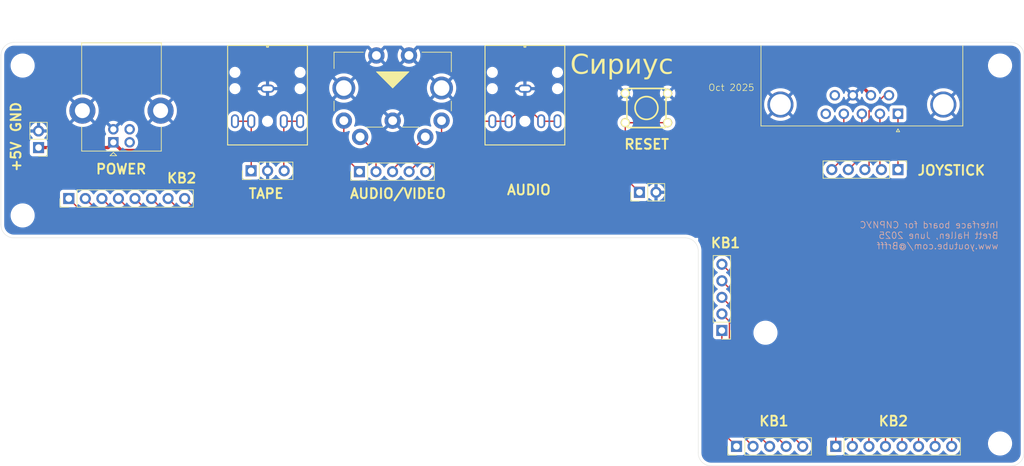
<source format=kicad_pcb>
(kicad_pcb (version 20241229) (generator "pcbnew") (generator_version "9.0")
  (title_block (title "Interface Board for Сириус") (date "31/OCT/2025") (rev "B") (company "Brett Hallen") (comment 1 "www.youtube.com/@Brfff"))
  (layers (0 "F.Cu" signal) (2 "B.Cu" signal) (13 "F.Paste" user) (15 "B.Paste" user) (5 "F.SilkS" user "F.Silkscreen") (7 "B.SilkS" user "B.Silkscreen") (1 "F.Mask" user) (3 "B.Mask" user) (25 "Edge.Cuts" user))
  (net 0 "")
  (net 1 "Net-(J1-Pin_1)")
  (net 2 "Net-(J1-Pin_3)")
  (net 3 "Net-(J1-Pin_4)")
  (net 4 "Net-(J1-Pin_2)")
  (net 5 "Net-(J1-Pin_5)")
  (net 6 "Net-(J3-Pin_3)")
  (net 7 "Net-(J3-Pin_8)")
  (net 8 "Net-(J3-Pin_2)")
  (net 9 "Net-(J3-Pin_1)")
  (net 10 "Net-(J3-Pin_6)")
  (net 11 "Net-(J3-Pin_5)")
  (net 12 "Net-(J3-Pin_7)")
  (net 13 "Net-(J3-Pin_4)")
  (net 14 "Net-(J8-Pin_3)")
  (net 15 "AUDIO")
  (net 16 "Net-(J10-Pin_4)")
  (net 17 "Net-(J10-Pin_2)")
  (net 18 "Net-(J10-Pin_3)")
  (net 19 "Net-(J10-Pin_1)")
  (net 20 "Net-(J12-Pin_3)")
  (net 21 "Net-(J12-Pin_1)")
  (net 22 "Net-(J12-Pin_2)")
  (net 25 "+5V")
  (net 26 "GND")
  (net 28 "Net-(J12-Pin_5)")
  (net 29 "Net-(J12-Pin_4)")
  (net 30 "Net-(J13-Pin_1)")
  (net 32 "Net-(J8-Pin_1)")
  (footprint "Connector_PinHeader_2.54mm:PinHeader_1x05_P2.54mm_Vertical" (layer "F.Cu") (at 163.4648 110.8451 180)
    (property "Reference" "J2" (hide yes))
    (property "Value" "TO_KB1" (hide yes))
    (fp_line (start 1.33 1.27) (end 1.33 11.49) (stroke (width 0.12)) (layer "F.SilkS"))
    (fp_line (start -1.33 11.49) (end 1.33 11.49) (stroke (width 0.12)) (layer "F.SilkS"))
    (fp_line (start -1.33 1.27) (end 1.33 1.27) (stroke (width 0.12)) (layer "F.SilkS"))
    (fp_line (start -1.33 1.27) (end -1.33 11.49) (stroke (width 0.12)) (layer "F.SilkS"))
    (fp_line (start -1.33 0) (end -1.33 -1.33) (stroke (width 0.12)) (layer "F.SilkS"))
    (fp_line (start -1.33 -1.33) (end 0 -1.33) (stroke (width 0.12)) (layer "F.SilkS"))
    (pad "1" thru_hole rect (at 0 0 180) (size 1.7 1.7) (drill 1) (layers "*.Cu" "*.Mask") (net 1 "Net-(J1-Pin_1)"))
    (pad "2" thru_hole oval (at 0 2.54 180) (size 1.7 1.7) (drill 1) (layers "*.Cu" "*.Mask") (net 4 "Net-(J1-Pin_2)"))
    (pad "3" thru_hole oval (at 0 5.08 180) (size 1.7 1.7) (drill 1) (layers "*.Cu" "*.Mask") (net 2 "Net-(J1-Pin_3)"))
    (pad "4" thru_hole oval (at 0 7.62 180) (size 1.7 1.7) (drill 1) (layers "*.Cu" "*.Mask") (net 3 "Net-(J1-Pin_4)"))
    (pad "5" thru_hole oval (at 0 10.16 180) (size 1.7 1.7) (drill 1) (layers "*.Cu" "*.Mask") (net 5 "Net-(J1-Pin_5)"))
  )
  (footprint "MountingHole:MountingHole_3.2mm_M3" (layer "F.Cu") (at 206.1546 128.1924)
    (property "Reference" "H5" (hide yes))
    (property "Value" "MountingHole" (hide yes))
    (pad "" np_thru_hole circle (at 0 0) (size 3.2 3.2) (drill 3.2) (layers "*.Cu" "*.Mask"))
  )
  (footprint "Connector_DIN:DIN5_MIDI" (layer "F.Cu") (at 112.9446 78.6424 -90)
    (property "Reference" "J15" (hide yes))
    (property "Value" "DIN5" (hide yes))
    (fp_line (start -10.5 9) (end -8 9) (stroke (width 0.12)) (layer "F.SilkS"))
    (fp_line (start -10.5 9) (end -10.5 4.5) (stroke (width 0.12)) (layer "F.SilkS"))
    (fp_line (start -3 9) (end -1.5 9) (stroke (width 0.12)) (layer "F.SilkS"))
    (fp_line (start 1 1.5) (end 1 4) (stroke (width 0.12)) (layer "F.SilkS"))
    (fp_line (start 1 -4) (end 1 -1.5) (stroke (width 0.12)) (layer "F.SilkS"))
    (fp_line (start -10.5 -9) (end -10.5 -4.5) (stroke (width 0.12)) (layer "F.SilkS"))
    (fp_line (start -10 -9) (end -10.5 -9) (stroke (width 0.12)) (layer "F.SilkS"))
    (fp_line (start -10 -9) (end -7.5 -9) (stroke (width 0.12)) (layer "F.SilkS"))
    (fp_line (start -3 -9) (end -1.5 -9) (stroke (width 0.12)) (layer "F.SilkS"))
    (fp_poly (pts (xy -5 0) (xy -7.5 2.5) (xy -7.5 -2.5)) (stroke (width 0.1)) (fill yes) (layer "F.SilkS"))
    (pad "1" thru_hole circle (at 0 7.5 270) (size 2.5 2.5) (drill 1.35) (layers "*.Cu" "*.Mask") (net 19 "Net-(J10-Pin_1)"))
    (pad "2" thru_hole circle (at 0 0 270) (size 2.5 2.5) (drill 1.35) (layers "*.Cu" "*.Mask") (net 26 "GND"))
    (pad "3" thru_hole circle (at 0 -7.5 270) (size 2.5 2.5) (drill 1.35) (layers "*.Cu" "*.Mask") (net 16 "Net-(J10-Pin_4)"))
    (pad "4" thru_hole circle (at 2.5 5 270) (size 2.5 2.5) (drill 1.35) (layers "*.Cu" "*.Mask") (net 17 "Net-(J10-Pin_2)"))
    (pad "5" thru_hole circle (at 2.5 -5 270) (size 2.5 2.5) (drill 1.35) (layers "*.Cu" "*.Mask") (net 18 "Net-(J10-Pin_3)"))
    (pad "6" thru_hole circle (at -10 -2.5 270) (size 2.5 2.5) (drill 1.35) (layers "*.Cu" "*.Mask") (net 26 "GND"))
    (pad "6" thru_hole circle (at -10 2.5 270) (size 2.5 2.5) (drill 1.35) (layers "*.Cu" "*.Mask") (net 26 "GND"))
    (pad "6" thru_hole circle (at -5 -7.5 270) (size 3.5 3.5) (drill 2.4) (layers "*.Cu" "*.Mask") (net 26 "GND"))
    (pad "6" thru_hole circle (at -5 7.5 270) (size 3.5 3.5) (drill 2.4) (layers "*.Cu" "*.Mask") (net 26 "GND"))
  )
  (footprint "MountingHole:MountingHole_3.2mm_M3" (layer "F.Cu") (at 56.1546 93.1924)
    (property "Reference" "H4" (hide yes))
    (property "Value" "MountingHole" (hide yes))
    (pad "" np_thru_hole circle (at 0 0) (size 3.2 3.2) (drill 3.2) (layers "*.Cu" "*.Mask"))
  )
  (footprint "Connector_PinHeader_2.54mm:PinHeader_1x02_P2.54mm_Vertical" (layer "F.Cu") (at 58.5948 82.7751 180)
    (property "Reference" "J6" (hide yes))
    (property "Value" "TO_POWER" (hide yes))
    (fp_line (start 1.33 1.27) (end 1.33 3.87) (stroke (width 0.12)) (layer "F.SilkS"))
    (fp_line (start -1.33 3.87) (end 1.33 3.87) (stroke (width 0.12)) (layer "F.SilkS"))
    (fp_line (start -1.33 1.27) (end 1.33 1.27) (stroke (width 0.12)) (layer "F.SilkS"))
    (fp_line (start -1.33 1.27) (end -1.33 3.87) (stroke (width 0.12)) (layer "F.SilkS"))
    (fp_line (start -1.33 0) (end -1.33 -1.33) (stroke (width 0.12)) (layer "F.SilkS"))
    (fp_line (start -1.33 -1.33) (end 0 -1.33) (stroke (width 0.12)) (layer "F.SilkS"))
    (pad "1" thru_hole rect (at 0 0 180) (size 1.7 1.7) (drill 1) (layers "*.Cu" "*.Mask") (net 25 "+5V"))
    (pad "2" thru_hole oval (at 0 2.54 180) (size 1.7 1.7) (drill 1) (layers "*.Cu" "*.Mask") (net 26 "GND"))
  )
  (footprint "Connector_PinHeader_2.54mm:PinHeader_1x02_P2.54mm_Vertical" (layer "F.Cu") (at 150.8154 89.6422 90)
    (property "Reference" "J13" (hide yes))
    (property "Value" "TO_RESET" (hide yes))
    (fp_line (start -1.33 -1.33) (end 0 -1.33) (stroke (width 0.12)) (layer "F.SilkS"))
    (fp_line (start -1.33 0) (end -1.33 -1.33) (stroke (width 0.12)) (layer "F.SilkS"))
    (fp_line (start 1.33 1.27) (end 1.33 3.87) (stroke (width 0.12)) (layer "F.SilkS"))
    (fp_line (start -1.33 1.27) (end 1.33 1.27) (stroke (width 0.12)) (layer "F.SilkS"))
    (fp_line (start -1.33 1.27) (end -1.33 3.87) (stroke (width 0.12)) (layer "F.SilkS"))
    (fp_line (start -1.33 3.87) (end 1.33 3.87) (stroke (width 0.12)) (layer "F.SilkS"))
    (pad "1" thru_hole rect (at 0 0 90) (size 1.7 1.7) (drill 1) (layers "*.Cu" "*.Mask") (net 30 "Net-(J13-Pin_1)"))
    (pad "2" thru_hole oval (at 0 2.54 90) (size 1.7 1.7) (drill 1) (layers "*.Cu" "*.Mask") (net 26 "GND"))
  )
  (footprint "Connector_Audio:35RAPC4BHN2_SWC" (layer "F.Cu") (at 133.234755 73.7351)
    (property "Reference" "J9" (hide yes))
    (property "Value" "AUDIO" (hide yes))
    (fp_line (start -6.1214 -6.627) (end -6.1214 8.6384) (stroke (width 0.1524)) (layer "F.SilkS"))
    (fp_line (start -6.1214 8.6384) (end 6.1214 8.6384) (stroke (width 0.1524)) (layer "F.SilkS"))
    (fp_line (start -0.127 -6.627) (end -0.127 -6.373) (stroke (width 0.1524)) (layer "F.SilkS"))
    (fp_line (start -0.127 -6.373) (end 0.127 -6.373) (stroke (width 0.1524)) (layer "F.SilkS"))
    (fp_line (start 0.127 -6.627) (end -0.127 -6.627) (stroke (width 0.1524)) (layer "F.SilkS"))
    (fp_line (start 0.127 -6.373) (end 0.127 -6.627) (stroke (width 0.1524)) (layer "F.SilkS"))
    (fp_line (start 6.1214 -6.627) (end -6.1214 -6.627) (stroke (width 0.1524)) (layer "F.SilkS"))
    (fp_line (start 6.1214 8.6384) (end 6.1214 -6.627) (stroke (width 0.1524)) (layer "F.SilkS"))
    (pad "" np_thru_hole circle (at -5 -2.500008) (size 1.1938 1.1938) (drill 1.1938) (layers "*.Cu" "*.Mask"))
    (pad "" np_thru_hole circle (at -5 0) (size 1.1938 1.1938) (drill 1.1938) (layers "*.Cu" "*.Mask"))
    (pad "" np_thru_hole circle (at 0 5) (size 1.1938 1.1938) (drill 1.1938) (layers "*.Cu" "*.Mask"))
    (pad "" np_thru_hole circle (at 5 -2.500008) (size 1.1938 1.1938) (drill 1.1938) (layers "*.Cu" "*.Mask"))
    (pad "" np_thru_hole circle (at 5 0) (size 1.1938 1.1938) (drill 1.1938) (layers "*.Cu" "*.Mask"))
    (pad "1" thru_hole oval (at 0 0) (size 2.1082 1.2192) (drill oval 1.6002 0.7112) (layers "*.Cu" "*.Mask") (net 26 "GND"))
    (pad "2" thru_hole oval (at -5 5 90) (size 2.1082 1.2192) (drill oval 1.6002 0.7112) (layers "*.Cu" "*.Mask") (net 15 "AUDIO"))
    (pad "3" thru_hole oval (at 5 5 90) (size 2.1082 1.2192) (drill oval 1.6002 0.7112) (layers "*.Cu" "*.Mask") (net 15 "AUDIO"))
    (pad "10" thru_hole oval (at -2.5 5 90) (size 2.1082 1.2192) (drill oval 1.6002 0.7112) (layers "*.Cu" "*.Mask") (net 15 "AUDIO"))
    (pad "11" thru_hole oval (at 2.5 5 90) (size 2.1082 1.2192) (drill oval 1.6002 0.7112) (layers "*.Cu" "*.Mask") (net 15 "AUDIO"))
  )
  (footprint "Connector_PinHeader_2.54mm:PinHeader_1x08_P2.54mm_Vertical" (layer "F.Cu") (at 63.2348 90.5951 90)
    (property "Reference" "J3" (hide yes))
    (property "Value" "KB2" (hide yes))
    (fp_line (start -1.33 -1.33) (end 0 -1.33) (stroke (width 0.12)) (layer "F.SilkS"))
    (fp_line (start -1.33 0) (end -1.33 -1.33) (stroke (width 0.12)) (layer "F.SilkS"))
    (fp_line (start 1.33 1.27) (end 1.33 19.11) (stroke (width 0.12)) (layer "F.SilkS"))
    (fp_line (start -1.33 1.27) (end 1.33 1.27) (stroke (width 0.12)) (layer "F.SilkS"))
    (fp_line (start -1.33 1.27) (end -1.33 19.11) (stroke (width 0.12)) (layer "F.SilkS"))
    (fp_line (start -1.33 19.11) (end 1.33 19.11) (stroke (width 0.12)) (layer "F.SilkS"))
    (pad "1" thru_hole rect (at 0 0 90) (size 1.7 1.7) (drill 1) (layers "*.Cu" "*.Mask") (net 9 "Net-(J3-Pin_1)"))
    (pad "2" thru_hole oval (at 0 2.54 90) (size 1.7 1.7) (drill 1) (layers "*.Cu" "*.Mask") (net 8 "Net-(J3-Pin_2)"))
    (pad "3" thru_hole oval (at 0 5.08 90) (size 1.7 1.7) (drill 1) (layers "*.Cu" "*.Mask") (net 6 "Net-(J3-Pin_3)"))
    (pad "4" thru_hole oval (at 0 7.62 90) (size 1.7 1.7) (drill 1) (layers "*.Cu" "*.Mask") (net 13 "Net-(J3-Pin_4)"))
    (pad "5" thru_hole oval (at 0 10.16 90) (size 1.7 1.7) (drill 1) (layers "*.Cu" "*.Mask") (net 11 "Net-(J3-Pin_5)"))
    (pad "6" thru_hole oval (at 0 12.7 90) (size 1.7 1.7) (drill 1) (layers "*.Cu" "*.Mask") (net 10 "Net-(J3-Pin_6)"))
    (pad "7" thru_hole oval (at 0 15.24 90) (size 1.7 1.7) (drill 1) (layers "*.Cu" "*.Mask") (net 12 "Net-(J3-Pin_7)"))
    (pad "8" thru_hole oval (at 0 17.78 90) (size 1.7 1.7) (drill 1) (layers "*.Cu" "*.Mask") (net 7 "Net-(J3-Pin_8)"))
  )
  (footprint "Connector_PinHeader_2.54mm:PinHeader_1x03_P2.54mm_Vertical" (layer "F.Cu") (at 91.209202 86.341909 90)
    (property "Reference" "J8" (hide yes))
    (property "Value" "TO_TAPE" (hide yes))
    (fp_line (start -1.33 -1.33) (end 0 -1.33) (stroke (width 0.12)) (layer "F.SilkS"))
    (fp_line (start -1.33 0) (end -1.33 -1.33) (stroke (width 0.12)) (layer "F.SilkS"))
    (fp_line (start 1.33 1.27) (end 1.33 6.41) (stroke (width 0.12)) (layer "F.SilkS"))
    (fp_line (start -1.33 1.27) (end 1.33 1.27) (stroke (width 0.12)) (layer "F.SilkS"))
    (fp_line (start -1.33 1.27) (end -1.33 6.41) (stroke (width 0.12)) (layer "F.SilkS"))
    (fp_line (start -1.33 6.41) (end 1.33 6.41) (stroke (width 0.12)) (layer "F.SilkS"))
    (pad "1" thru_hole rect (at 0 0 90) (size 1.7 1.7) (drill 1) (layers "*.Cu" "*.Mask") (net 32 "Net-(J8-Pin_1)"))
    (pad "2" thru_hole oval (at 0 2.54 90) (size 1.7 1.7) (drill 1) (layers "*.Cu" "*.Mask") (net 26 "GND"))
    (pad "3" thru_hole oval (at 0 5.08 90) (size 1.7 1.7) (drill 1) (layers "*.Cu" "*.Mask") (net 14 "Net-(J8-Pin_3)"))
  )
  (footprint "Connector_PinHeader_2.54mm:PinHeader_1x05_P2.54mm_Vertical" (layer "F.Cu") (at 190.4898 86.1573 -90)
    (property "Reference" "J12" (hide yes))
    (property "Value" "TO_JOYSTICK" (hide yes))
    (fp_line (start -1.33 11.49) (end 1.33 11.49) (stroke (width 0.12)) (layer "F.SilkS"))
    (fp_line (start -1.33 1.27) (end -1.33 11.49) (stroke (width 0.12)) (layer "F.SilkS"))
    (fp_line (start -1.33 1.27) (end 1.33 1.27) (stroke (width 0.12)) (layer "F.SilkS"))
    (fp_line (start 1.33 1.27) (end 1.33 11.49) (stroke (width 0.12)) (layer "F.SilkS"))
    (fp_line (start -1.33 0) (end -1.33 -1.33) (stroke (width 0.12)) (layer "F.SilkS"))
    (fp_line (start -1.33 -1.33) (end 0 -1.33) (stroke (width 0.12)) (layer "F.SilkS"))
    (pad "1" thru_hole rect (at 0 0 270) (size 1.7 1.7) (drill 1) (layers "*.Cu" "*.Mask") (net 21 "Net-(J12-Pin_1)"))
    (pad "2" thru_hole oval (at 0 2.54 270) (size 1.7 1.7) (drill 1) (layers "*.Cu" "*.Mask") (net 22 "Net-(J12-Pin_2)"))
    (pad "3" thru_hole oval (at 0 5.08 270) (size 1.7 1.7) (drill 1) (layers "*.Cu" "*.Mask") (net 20 "Net-(J12-Pin_3)"))
    (pad "4" thru_hole oval (at 0 7.62 270) (size 1.7 1.7) (drill 1) (layers "*.Cu" "*.Mask") (net 29 "Net-(J12-Pin_4)"))
    (pad "5" thru_hole oval (at 0 10.16 270) (size 1.7 1.7) (drill 1) (layers "*.Cu" "*.Mask") (net 28 "Net-(J12-Pin_5)"))
  )
  (footprint "Connector_Audio:35RAPC4BHN2_SWC" (layer "F.Cu") (at 93.734755 73.7351)
    (property "Reference" "J7" (hide yes))
    (property "Value" "TAPE" (hide yes))
    (fp_line (start -6.1214 -6.627) (end -6.1214 8.6384) (stroke (width 0.1524)) (layer "F.SilkS"))
    (fp_line (start -6.1214 8.6384) (end 6.1214 8.6384) (stroke (width 0.1524)) (layer "F.SilkS"))
    (fp_line (start -0.127 -6.627) (end -0.127 -6.373) (stroke (width 0.1524)) (layer "F.SilkS"))
    (fp_line (start -0.127 -6.373) (end 0.127 -6.373) (stroke (width 0.1524)) (layer "F.SilkS"))
    (fp_line (start 0.127 -6.627) (end -0.127 -6.627) (stroke (width 0.1524)) (layer "F.SilkS"))
    (fp_line (start 0.127 -6.373) (end 0.127 -6.627) (stroke (width 0.1524)) (layer "F.SilkS"))
    (fp_line (start 6.1214 -6.627) (end -6.1214 -6.627) (stroke (width 0.1524)) (layer "F.SilkS"))
    (fp_line (start 6.1214 8.6384) (end 6.1214 -6.627) (stroke (width 0.1524)) (layer "F.SilkS"))
    (pad "" np_thru_hole circle (at -5 -2.500008) (size 1.1938 1.1938) (drill 1.1938) (layers "*.Cu" "*.Mask"))
    (pad "" np_thru_hole circle (at -5 0) (size 1.1938 1.1938) (drill 1.1938) (layers "*.Cu" "*.Mask"))
    (pad "" np_thru_hole circle (at 0 5) (size 1.1938 1.1938) (drill 1.1938) (layers "*.Cu" "*.Mask"))
    (pad "" np_thru_hole circle (at 5 -2.500008) (size 1.1938 1.1938) (drill 1.1938) (layers "*.Cu" "*.Mask"))
    (pad "" np_thru_hole circle (at 5 0) (size 1.1938 1.1938) (drill 1.1938) (layers "*.Cu" "*.Mask"))
    (pad "1" thru_hole oval (at 0 0) (size 2.1082 1.2192) (drill oval 1.6002 0.7112) (layers "*.Cu" "*.Mask") (net 26 "GND"))
    (pad "2" thru_hole oval (at -5 5 90) (size 2.1082 1.2192) (drill oval 1.6002 0.7112) (layers "*.Cu" "*.Mask") (net 32 "Net-(J8-Pin_1)"))
    (pad "3" thru_hole oval (at 5 5 90) (size 2.1082 1.2192) (drill oval 1.6002 0.7112) (layers "*.Cu" "*.Mask") (net 14 "Net-(J8-Pin_3)"))
    (pad "10" thru_hole oval (at -2.5 5 90) (size 2.1082 1.2192) (drill oval 1.6002 0.7112) (layers "*.Cu" "*.Mask") (net 32 "Net-(J8-Pin_1)"))
    (pad "11" thru_hole oval (at 2.5 5 90) (size 2.1082 1.2192) (drill oval 1.6002 0.7112) (layers "*.Cu" "*.Mask") (net 14 "Net-(J8-Pin_3)"))
  )
  (footprint "Connector_Dsub:DSUB-9_Pins_Horizontal_P2.77x2.84mm_EdgePinOffset7.70mm_Housed_MountingHolesOffset9.12mm" (layer "F.Cu") (at 190.4898 77.5951 180)
    (property "Reference" "J11" (hide yes))
    (property "Value" "JOYSTICK" (hide yes))
    (fp_line (start 21.025 -1.86) (end 21.025 10.48) (stroke (width 0.12)) (layer "F.SilkS"))
    (fp_line (start 0.25 -2.754338) (end 0 -2.321325) (stroke (width 0.12)) (layer "F.SilkS"))
    (fp_line (start 0 -2.321325) (end -0.25 -2.754338) (stroke (width 0.12)) (layer "F.SilkS"))
    (fp_line (start -0.25 -2.754338) (end 0.25 -2.754338) (stroke (width 0.12)) (layer "F.SilkS"))
    (fp_line (start -9.945 10.48) (end -9.945 -1.86) (stroke (width 0.12)) (layer "F.SilkS"))
    (fp_line (start -9.945 -1.86) (end 21.025 -1.86) (stroke (width 0.12)) (layer "F.SilkS"))
    (pad "0" thru_hole circle (at -6.96 1.42 180) (size 4 4) (drill 3.2) (layers "*.Cu" "*.Mask") (net 26 "GND"))
    (pad "0" thru_hole circle (at 18.04 1.42 180) (size 4 4) (drill 3.2) (layers "*.Cu" "*.Mask") (net 26 "GND"))
    (pad "1" thru_hole rect (at 0 0 180) (size 1.6 1.6) (drill 1) (layers "*.Cu" "*.Mask") (net 21 "Net-(J12-Pin_1)"))
    (pad "2" thru_hole circle (at 2.77 0 180) (size 1.6 1.6) (drill 1) (layers "*.Cu" "*.Mask") (net 22 "Net-(J12-Pin_2)"))
    (pad "3" thru_hole circle (at 5.54 0 180) (size 1.6 1.6) (drill 1) (layers "*.Cu" "*.Mask") (net 29 "Net-(J12-Pin_4)"))
    (pad "4" thru_hole circle (at 8.31 0 180) (size 1.6 1.6) (drill 1) (layers "*.Cu" "*.Mask") (net 28 "Net-(J12-Pin_5)"))
    (pad "5" thru_hole circle (at 11.08 0 180) (size 1.6 1.6) (drill 1) (layers "*.Cu" "*.Mask"))
    (pad "6" thru_hole circle (at 1.385 2.84 180) (size 1.6 1.6) (drill 1) (layers "*.Cu" "*.Mask") (net 20 "Net-(J12-Pin_3)"))
    (pad "7" thru_hole circle (at 4.155 2.84 180) (size 1.6 1.6) (drill 1) (layers "*.Cu" "*.Mask") (net 25 "+5V"))
    (pad "8" thru_hole circle (at 6.925 2.84 180) (size 1.6 1.6) (drill 1) (layers "*.Cu" "*.Mask") (net 26 "GND"))
    (pad "9" thru_hole circle (at 9.695 2.84 180) (size 1.6 1.6) (drill 1) (layers "*.Cu" "*.Mask"))
  )
  (footprint "MountingHole:MountingHole_3.2mm_M3" (layer "F.Cu") (at 56.1546 70.1924)
    (property "Reference" "H1" (hide yes))
    (property "Value" "MountingHole" (hide yes))
    (pad "" np_thru_hole circle (at 0 0) (size 3.2 3.2) (drill 3.2) (layers "*.Cu" "*.Mask"))
  )
  (footprint "Connector_PinHeader_2.54mm:PinHeader_1x05_P2.54mm_Vertical" (layer "F.Cu") (at 165.7098 128.6351 90)
    (property "Reference" "J1" (hide yes))
    (property "Value" "KB1" (hide yes))
    (fp_line (start -1.33 -1.33) (end 0 -1.33) (stroke (width 0.12)) (layer "F.SilkS"))
    (fp_line (start -1.33 0) (end -1.33 -1.33) (stroke (width 0.12)) (layer "F.SilkS"))
    (fp_line (start 1.33 1.27) (end 1.33 11.49) (stroke (width 0.12)) (layer "F.SilkS"))
    (fp_line (start -1.33 1.27) (end 1.33 1.27) (stroke (width 0.12)) (layer "F.SilkS"))
    (fp_line (start -1.33 1.27) (end -1.33 11.49) (stroke (width 0.12)) (layer "F.SilkS"))
    (fp_line (start -1.33 11.49) (end 1.33 11.49) (stroke (width 0.12)) (layer "F.SilkS"))
    (pad "1" thru_hole rect (at 0 0 90) (size 1.7 1.7) (drill 1) (layers "*.Cu" "*.Mask") (net 1 "Net-(J1-Pin_1)"))
    (pad "2" thru_hole oval (at 0 2.54 90) (size 1.7 1.7) (drill 1) (layers "*.Cu" "*.Mask") (net 4 "Net-(J1-Pin_2)"))
    (pad "3" thru_hole oval (at 0 5.08 90) (size 1.7 1.7) (drill 1) (layers "*.Cu" "*.Mask") (net 2 "Net-(J1-Pin_3)"))
    (pad "4" thru_hole oval (at 0 7.62 90) (size 1.7 1.7) (drill 1) (layers "*.Cu" "*.Mask") (net 3 "Net-(J1-Pin_4)"))
    (pad "5" thru_hole oval (at 0 10.16 90) (size 1.7 1.7) (drill 1) (layers "*.Cu" "*.Mask") (net 5 "Net-(J1-Pin_5)"))
  )
  (footprint "Connector_USB:USB_B_Lumberg_2411_02_Horizontal" (layer "F.Cu") (at 70.0748 81.9726 90)
    (property "Reference" "J5" (hide yes))
    (property "Value" "POWER" (hide yes))
    (fp_line (start 15.27 -4.86) (end 7.3 -4.86) (stroke (width 0.12)) (layer "F.SilkS"))
    (fp_line (start -1.35 -4.86) (end 2.4 -4.86) (stroke (width 0.12)) (layer "F.SilkS"))
    (fp_line (start -2.05 -0.5) (end -2.05 0.5) (stroke (width 0.12)) (layer "F.SilkS"))
    (fp_line (start -1.55 0) (end -2.05 -0.5) (stroke (width 0.12)) (layer "F.SilkS"))
    (fp_line (start -2.05 0.5) (end -1.55 0) (stroke (width 0.12)) (layer "F.SilkS"))
    (fp_line (start 15.27 7.36) (end 15.27 -4.86) (stroke (width 0.12)) (layer "F.SilkS"))
    (fp_line (start 15.27 7.36) (end 7.3 7.36) (stroke (width 0.12)) (layer "F.SilkS"))
    (fp_line (start -1.35 7.36) (end -1.35 -4.86) (stroke (width 0.12)) (layer "F.SilkS"))
    (fp_line (start -1.35 7.36) (end 2.4 7.36) (stroke (width 0.12)) (layer "F.SilkS"))
    (pad "1" thru_hole rect (at 0 0 180) (size 1.6 1.6) (drill 0.95) (layers "*.Cu" "*.Mask") (net 25 "+5V"))
    (pad "2" thru_hole circle (at 0 2.5 180) (size 1.6 1.6) (drill 0.95) (layers "*.Cu" "*.Mask"))
    (pad "3" thru_hole circle (at 2 2.5 180) (size 1.6 1.6) (drill 0.95) (layers "*.Cu" "*.Mask"))
    (pad "4" thru_hole circle (at 2 0 180) (size 1.6 1.6) (drill 0.95) (layers "*.Cu" "*.Mask") (net 26 "GND"))
    (pad "5" thru_hole circle (at 4.86 -4.75 180) (size 4 4) (drill 2.3) (layers "*.Cu" "*.Mask") (net 26 "GND"))
    (pad "5" thru_hole circle (at 4.86 7.25 180) (size 4 4) (drill 2.3) (layers "*.Cu" "*.Mask") (net 26 "GND"))
  )
  (footprint "Connector_PinHeader_2.54mm:PinHeader_1x05_P2.54mm_Vertical" (layer "F.Cu") (at 107.8448 86.4726 90)
    (property "Reference" "J10" (hide yes))
    (property "Value" "TO_VIDEO" (hide yes))
    (fp_line (start -1.33 -1.33) (end 0 -1.33) (stroke (width 0.12)) (layer "F.SilkS"))
    (fp_line (start -1.33 0) (end -1.33 -1.33) (stroke (width 0.12)) (layer "F.SilkS"))
    (fp_line (start 1.33 1.27) (end 1.33 11.49) (stroke (width 0.12)) (layer "F.SilkS"))
    (fp_line (start -1.33 1.27) (end 1.33 1.27) (stroke (width 0.12)) (layer "F.SilkS"))
    (fp_line (start -1.33 1.27) (end -1.33 11.49) (stroke (width 0.12)) (layer "F.SilkS"))
    (fp_line (start -1.33 11.49) (end 1.33 11.49) (stroke (width 0.12)) (layer "F.SilkS"))
    (pad "1" thru_hole rect (at 0 0 90) (size 1.7 1.7) (drill 1) (layers "*.Cu" "*.Mask") (net 19 "Net-(J10-Pin_1)"))
    (pad "2" thru_hole oval (at 0 2.54 90) (size 1.7 1.7) (drill 1) (layers "*.Cu" "*.Mask") (net 17 "Net-(J10-Pin_2)"))
    (pad "3" thru_hole oval (at 0 5.08 90) (size 1.7 1.7) (drill 1) (layers "*.Cu" "*.Mask") (net 18 "Net-(J10-Pin_3)"))
    (pad "4" thru_hole oval (at 0 7.62 90) (size 1.7 1.7) (drill 1) (layers "*.Cu" "*.Mask") (net 16 "Net-(J10-Pin_4)"))
    (pad "5" thru_hole oval (at 0 10.16 90) (size 1.7 1.7) (drill 1) (layers "*.Cu" "*.Mask") (net 15 "AUDIO"))
  )
  (footprint "MountingHole:MountingHole_3.2mm_M3" (layer "F.Cu") (at 206.1546 70.1924)
    (property "Reference" "H3" (hide yes))
    (property "Value" "MountingHole" (hide yes))
    (pad "" np_thru_hole circle (at 0 0) (size 3.2 3.2) (drill 3.2) (layers "*.Cu" "*.Mask"))
  )
  (footprint "MountingHole:MountingHole_3.2mm_M3" (layer "F.Cu") (at 170.1546 111.1924)
    (property "Reference" "H6" (hide yes))
    (property "Value" "MountingHole" (hide yes))
    (pad "" np_thru_hole circle (at 0 0) (size 3.2 3.2) (drill 3.2) (layers "*.Cu" "*.Mask"))
  )
  (footprint "Clueless_Engineer:Switch_Tactile_6mm" (layer "F.Cu") (at 151.8904 76.7047)
    (property "Reference" "SW1" (hide yes))
    (property "Value" "RESET" (hide yes))
    (fp_line (start -2.99974 2.75082) (end -2.99974 -2.75082) (stroke (width 0.254)) (layer "F.SilkS"))
    (fp_line (start -2.75082 -2.99974) (end 2.75082 -2.99974) (stroke (width 0.254)) (layer "F.SilkS"))
    (fp_line (start 2.75082 2.99974) (end -2.75082 2.99974) (stroke (width 0.254)) (layer "F.SilkS"))
    (fp_line (start 2.99974 -2.75082) (end 2.99974 2.75082) (stroke (width 0.254)) (layer "F.SilkS"))
    (fp_arc (start -2.99974 -2.75082) (mid -2.926833 -2.926833) (end -2.75082 -2.99974) (stroke (width 0.254)) (layer "F.SilkS"))
    (fp_arc (start -2.75082 2.99974) (mid -2.926833 2.926833) (end -2.99974 2.75082) (stroke (width 0.254)) (layer "F.SilkS"))
    (fp_arc (start 2.75082 -2.99974) (mid 2.926833 -2.926833) (end 2.99974 -2.75082) (stroke (width 0.254)) (layer "F.SilkS"))
    (fp_arc (start 2.99974 2.75082) (mid 2.926833 2.926833) (end 2.75082 2.99974) (stroke (width 0.254)) (layer "F.SilkS"))
    (fp_circle (center 0 0) (end 0 -1.75006) (stroke (width 0.254)) (fill no) (layer "F.SilkS"))
    (pad "1" thru_hole circle (at -3.2512 -2.25044) (size 1.39954 1.39954) (drill 1.00076) (layers "*.Cu" "*.Mask" "F.SilkS") (net 26 "GND"))
    (pad "1" thru_hole circle (at 3.2512 -2.25044) (size 1.39954 1.39954) (drill 1.00076) (layers "*.Cu" "*.Mask" "F.SilkS") (net 26 "GND"))
    (pad "2" thru_hole circle (at -3.2512 2.25044) (size 1.39954 1.39954) (drill 1.00076) (layers "*.Cu" "*.Mask" "F.SilkS") (net 30 "Net-(J13-Pin_1)"))
    (pad "2" thru_hole circle (at 3.2512 2.25044) (size 1.39954 1.39954) (drill 1.00076) (layers "*.Cu" "*.Mask" "F.SilkS") (net 30 "Net-(J13-Pin_1)"))
  )
  (footprint "Connector_PinHeader_2.54mm:PinHeader_1x08_P2.54mm_Vertical" (layer "F.Cu") (at 180.9498 128.6351 90)
    (property "Reference" "J4" (hide yes))
    (property "Value" "TO_KB2" (hide yes))
    (fp_line (start -1.33 -1.33) (end 0 -1.33) (stroke (width 0.12)) (layer "F.SilkS"))
    (fp_line (start -1.33 0) (end -1.33 -1.33) (stroke (width 0.12)) (layer "F.SilkS"))
    (fp_line (start 1.33 1.27) (end 1.33 19.11) (stroke (width 0.12)) (layer "F.SilkS"))
    (fp_line (start -1.33 1.27) (end 1.33 1.27) (stroke (width 0.12)) (layer "F.SilkS"))
    (fp_line (start -1.33 1.27) (end -1.33 19.11) (stroke (width 0.12)) (layer "F.SilkS"))
    (fp_line (start -1.33 19.11) (end 1.33 19.11) (stroke (width 0.12)) (layer "F.SilkS"))
    (pad "1" thru_hole rect (at 0 0 90) (size 1.7 1.7) (drill 1) (layers "*.Cu" "*.Mask") (net 9 "Net-(J3-Pin_1)"))
    (pad "2" thru_hole oval (at 0 2.54 90) (size 1.7 1.7) (drill 1) (layers "*.Cu" "*.Mask") (net 8 "Net-(J3-Pin_2)"))
    (pad "3" thru_hole oval (at 0 5.08 90) (size 1.7 1.7) (drill 1) (layers "*.Cu" "*.Mask") (net 6 "Net-(J3-Pin_3)"))
    (pad "4" thru_hole oval (at 0 7.62 90) (size 1.7 1.7) (drill 1) (layers "*.Cu" "*.Mask") (net 13 "Net-(J3-Pin_4)"))
    (pad "5" thru_hole oval (at 0 10.16 90) (size 1.7 1.7) (drill 1) (layers "*.Cu" "*.Mask") (net 11 "Net-(J3-Pin_5)"))
    (pad "6" thru_hole oval (at 0 12.7 90) (size 1.7 1.7) (drill 1) (layers "*.Cu" "*.Mask") (net 10 "Net-(J3-Pin_6)"))
    (pad "7" thru_hole oval (at 0 15.24 90) (size 1.7 1.7) (drill 1) (layers "*.Cu" "*.Mask") (net 12 "Net-(J3-Pin_7)"))
    (pad "8" thru_hole oval (at 0 17.78 90) (size 1.7 1.7) (drill 1) (layers "*.Cu" "*.Mask") (net 7 "Net-(J3-Pin_8)"))
  )
  (gr_arc (start 207.8248 66.6351) (mid 209.239014 67.220886) (end 209.8248 68.6351) (stroke (width 0.05)) (layer "Edge.Cuts"))
  (gr_line (start 52.8248 94.6351) (end 52.8248 68.6351) (stroke (width 0.05)) (layer "Edge.Cuts"))
  (gr_arc (start 209.8248 129.6351) (mid 209.239014 131.049314) (end 207.8248 131.6351) (stroke (width 0.05)) (layer "Edge.Cuts"))
  (gr_line (start 157.8248 96.6351) (end 54.8248 96.6351) (stroke (width 0.05)) (layer "Edge.Cuts"))
  (gr_arc (start 52.8248 68.6351) (mid 53.410586 67.220886) (end 54.8248 66.6351) (stroke (width 0.05)) (layer "Edge.Cuts"))
  (gr_line (start 159.8248 129.6351) (end 159.8248 98.6351) (stroke (width 0.05)) (layer "Edge.Cuts"))
  (gr_line (start 209.8248 68.6351) (end 209.8248 129.6351) (stroke (width 0.05)) (layer "Edge.Cuts"))
  (gr_line (start 207.8248 131.6351) (end 161.8248 131.6351) (stroke (width 0.05)) (layer "Edge.Cuts"))
  (gr_arc (start 157.8248 96.6351) (mid 159.239014 97.220886) (end 159.8248 98.6351) (stroke (width 0.05)) (layer "Edge.Cuts"))
  (gr_arc (start 161.8248 131.6351) (mid 160.410586 131.049314) (end 159.8248 129.6351) (stroke (width 0.05)) (layer "Edge.Cuts"))
  (gr_line (start 54.8248 66.6351) (end 207.8248 66.6351) (stroke (width 0.05)) (layer "Edge.Cuts"))
  (gr_arc (start 54.8248 96.6351) (mid 53.410586 96.049314) (end 52.8248 94.6351) (stroke (width 0.05)) (layer "Edge.Cuts"))
  (gr_text "Сириус" (at 140.179202 71.961909 0) (layer "F.SilkS") (effects (font (size 3 3) (thickness 0.1)) (justify left bottom)))
  (gr_text "RESET" (at 148.3298 83.1573 0) (layer "F.SilkS") (effects (font (size 1.5 1.5) (thickness 0.3) (bold yes)) (justify left bottom)))
  (gr_text "KB1" (at 161.6048 98.2951 0) (layer "F.SilkS") (effects (font (size 1.5 1.5) (thickness 0.3) (bold yes)) (justify left bottom)))
  (gr_text "JOYSTICK" (at 193.3298 87.1573 0) (layer "F.SilkS") (effects (font (size 1.5 1.5) (thickness 0.3) (bold yes)) (justify left bottom)))
  (gr_text "KB2" (at 78.1448 88.3551 0) (layer "F.SilkS") (effects (font (size 1.5 1.5) (thickness 0.3) (bold yes)) (justify left bottom)))
  (gr_text "POWER" (at 67.2448 86.9651 0) (layer "F.SilkS") (effects (font (size 1.5 1.5) (thickness 0.3) (bold yes)) (justify left bottom)))
  (gr_text "+5V" (at 56.0148 86.6551 90) (layer "F.SilkS") (effects (font (size 1.5 1.5) (thickness 0.3) (bold yes)) (justify left bottom)))
  (gr_text "KB2" (at 187.3646 125.6351 0) (layer "F.SilkS") (effects (font (size 1.5 1.5) (thickness 0.3) (bold yes)) (justify left bottom)))
  (gr_text "GND" (at 56.0148 80.5851 90) (layer "F.SilkS") (effects (font (size 1.5 1.5) (thickness 0.3) (bold yes)) (justify left bottom)))
  (gr_text "AUDIO/VIDEO" (at 106.234755 90.7224 0) (layer "F.SilkS") (effects (font (size 1.5 1.5) (thickness 0.3) (bold yes)) (justify left bottom)))
  (gr_text "TAPE" (at 90.689555 90.7224 0) (layer "F.SilkS") (effects (font (size 1.5 1.5) (thickness 0.3) (bold yes)) (justify left bottom)))
  (gr_text "AUDIO" (at 130.3298 90.1573 0) (layer "F.SilkS") (effects (font (size 1.5 1.5) (thickness 0.3) (bold yes)) (justify left bottom)))
  (gr_text "KB1" (at 169.0346 125.6351 0) (layer "F.SilkS") (effects (font (size 1.5 1.5) (thickness 0.3) (bold yes)) (justify left bottom)))
  (gr_text "Oct 2025" (at 161.3298 74.1573 0) (layer "F.SilkS") (effects (font (size 1 1) (thickness 0.1)) (justify left bottom)))
  (gr_text "Interface board for СИРИУС\nBrett Hallen, June 2025\nwww.youtube.com/@Brfff" (at 205.9646 98.4624 0) (layer "B.SilkS") (effects (font (size 1 1) (thickness 0.1)) (justify left bottom mirror)))
  (segment (start 163.4648 126.3901) (end 165.7098 128.6351) (width 0.2) (layer "F.Cu") (net 1))
  (segment (start 163.4648 110.8451) (end 163.4648 126.3901) (width 0.2) (layer "F.Cu") (net 1))
  (segment (start 165.4346 107.7349) (end 165.4346 123.2799) (width 0.2) (layer "F.Cu") (net 2))
  (segment (start 165.4346 123.2799) (end 170.7898 128.6351) (width 0.2) (layer "F.Cu") (net 2))
  (segment (start 163.4648 105.7651) (end 165.4346 107.7349) (width 0.2) (layer "F.Cu") (net 2))
  (segment (start 163.4648 103.2251) (end 166.1946 105.9549) (width 0.2) (layer "F.Cu") (net 3))
  (segment (start 166.1946 105.9549) (end 166.1946 121.4999) (width 0.2) (layer "F.Cu") (net 3))
  (segment (start 166.1946 121.4999) (end 173.3298 128.6351) (width 0.2) (layer "F.Cu") (net 3))
  (segment (start 163.4648 108.3051) (end 164.6158 109.4561) (width 0.2) (layer "F.Cu") (net 4))
  (segment (start 164.6158 125.0011) (end 168.2498 128.6351) (width 0.2) (layer "F.Cu") (net 4))
  (segment (start 164.6158 109.4561) (end 164.6158 125.0011) (width 0.2) (layer "F.Cu") (net 4))
  (segment (start 167.0046 119.7699) (end 175.8698 128.6351) (width 0.2) (layer "F.Cu") (net 5))
  (segment (start 163.4648 100.6851) (end 167.0046 104.2249) (width 0.2) (layer "F.Cu") (net 5))
  (segment (start 167.0046 104.2249) (end 167.0046 119.7699) (width 0.2) (layer "F.Cu") (net 5))
  (segment (start 72.661433 94.941733) (end 166.930843 94.941733) (width 0.2) (layer "F.Cu") (net 6))
  (segment (start 166.930843 94.941733) (end 186.0298 114.04069) (width 0.2) (layer "F.Cu") (net 6))
  (segment (start 68.3148 90.5951) (end 72.661433 94.941733) (width 0.2) (layer "F.Cu") (net 6))
  (segment (start 186.0298 114.04069) (end 186.0298 128.6351) (width 0.2) (layer "F.Cu") (net 6))
  (segment (start 83.356433 92.936733) (end 167.761343 92.936733) (width 0.2) (layer "F.Cu") (net 7))
  (segment (start 81.0148 90.5951) (end 83.356433 92.936733) (width 0.2) (layer "F.Cu") (net 7))
  (segment (start 167.761343 92.936733) (end 198.7298 123.90519) (width 0.2) (layer "F.Cu") (net 7))
  (segment (start 198.7298 123.90519) (end 198.7298 128.6351) (width 0.2) (layer "F.Cu") (net 7))
  (segment (start 65.7748 90.5951) (end 70.522433 95.342733) (width 0.2) (layer "F.Cu") (net 8))
  (segment (start 70.522433 95.342733) (end 166.432543 95.342733) (width 0.2) (layer "F.Cu") (net 8))
  (segment (start 181.1159 109.69389) (end 181.3508 109.92879) (width 0.2) (layer "F.Cu") (net 8))
  (segment (start 181.3508 109.92879) (end 183.4898 112.06779) (width 0.2) (layer "F.Cu") (net 8))
  (segment (start 166.999643 95.577633) (end 168.28711 96.8651) (width 0.2) (layer "F.Cu") (net 8))
  (segment (start 166.764743 95.342733) (end 166.999643 95.577633) (width 0.2) (layer "F.Cu") (net 8))
  (segment (start 166.432543 95.342733) (end 166.764743 95.342733) (width 0.2) (layer "F.Cu") (net 8))
  (segment (start 183.4898 112.06779) (end 183.4898 128.6351) (width 0.2) (layer "F.Cu") (net 8))
  (segment (start 168.28711 96.8651) (end 181.1159 109.69389) (width 0.2) (layer "F.Cu") (net 8))
  (segment (start 166.598643 95.743733) (end 180.9498 110.09489) (width 0.2) (layer "F.Cu") (net 9))
  (segment (start 63.2348 90.5951) (end 68.383433 95.743733) (width 0.2) (layer "F.Cu") (net 9))
  (segment (start 68.383433 95.743733) (end 166.598643 95.743733) (width 0.2) (layer "F.Cu") (net 9))
  (segment (start 180.9498 110.09489) (end 180.9498 128.6351) (width 0.2) (layer "F.Cu") (net 9))
  (segment (start 75.9348 90.5951) (end 79.078433 93.738733) (width 0.2) (layer "F.Cu") (net 10))
  (segment (start 79.078433 93.738733) (end 167.429143 93.738733) (width 0.2) (layer "F.Cu") (net 10))
  (segment (start 167.429143 93.738733) (end 193.6498 119.95939) (width 0.2) (layer "F.Cu") (net 10))
  (segment (start 193.6498 119.95939) (end 193.6498 128.6351) (width 0.2) (layer "F.Cu") (net 10))
  (segment (start 191.1098 117.98649) (end 191.1098 128.6351) (width 0.2) (layer "F.Cu") (net 11))
  (segment (start 188.7359 115.61259) (end 188.9708 115.84749) (width 0.2) (layer "F.Cu") (net 11))
  (segment (start 73.3948 90.5951) (end 76.939433 94.139733) (width 0.2) (layer "F.Cu") (net 11))
  (segment (start 167.497943 94.374633) (end 168.65841 95.5351) (width 0.2) (layer "F.Cu") (net 11))
  (segment (start 188.9708 115.84749) (end 191.1098 117.98649) (width 0.2) (layer "F.Cu") (net 11))
  (segment (start 168.65841 95.5351) (end 188.7359 115.61259) (width 0.2) (layer "F.Cu") (net 11))
  (segment (start 76.939433 94.139733) (end 166.930843 94.139733) (width 0.2) (layer "F.Cu") (net 11))
  (segment (start 167.263043 94.139733) (end 167.497943 94.374633) (width 0.2) (layer "F.Cu") (net 11))
  (segment (start 166.930843 94.139733) (end 167.263043 94.139733) (width 0.2) (layer "F.Cu") (net 11))
  (segment (start 78.4748 90.5951) (end 81.217433 93.337733) (width 0.2) (layer "F.Cu") (net 12))
  (segment (start 167.595243 93.337733) (end 196.1898 121.93229) (width 0.2) (layer "F.Cu") (net 12))
  (segment (start 81.217433 93.337733) (end 167.595243 93.337733) (width 0.2) (layer "F.Cu") (net 12))
  (segment (start 196.1898 121.93229) (end 196.1898 128.6351) (width 0.2) (layer "F.Cu") (net 12))
  (segment (start 167.096943 94.540733) (end 188.5698 116.01359) (width 0.2) (layer "F.Cu") (net 13))
  (segment (start 74.800433 94.540733) (end 167.096943 94.540733) (width 0.2) (layer "F.Cu") (net 13))
  (segment (start 70.8548 90.5951) (end 74.800433 94.540733) (width 0.2) (layer "F.Cu") (net 13))
  (segment (start 188.5698 116.01359) (end 188.5698 128.6351) (width 0.2) (layer "F.Cu") (net 13))
  (segment (start 96.234755 78.7351) (end 96.234755 86.287462) (width 0.2) (layer "F.Cu") (net 14))
  (segment (start 96.234755 86.287462) (end 96.289202 86.341909) (width 0.2) (layer "F.Cu") (net 14))
  (segment (start 96.234755 78.7351) (end 98.734755 78.7351) (width 0.2) (layer "F.Cu") (net 14))
  (segment (start 134.786855 77.7872) (end 135.734755 78.7351) (width 0.2) (layer "F.Cu") (net 15))
  (segment (start 125.7423 78.7351) (end 128.234755 78.7351) (width 0.2) (layer "F.Cu") (net 15))
  (segment (start 135.734755 78.7351) (end 138.234755 78.7351) (width 0.2) (layer "F.Cu") (net 15))
  (segment (start 118.0048 86.4726) (end 125.7423 78.7351) (width 0.2) (layer "F.Cu") (net 15))
  (segment (start 128.234755 78.7351) (end 130.734755 78.7351) (width 0.2) (layer "F.Cu") (net 15))
  (segment (start 131.682655 77.7872) (end 134.786855 77.7872) (width 0.2) (layer "F.Cu") (net 15))
  (segment (start 130.734755 78.7351) (end 131.682655 77.7872) (width 0.2) (layer "F.Cu") (net 15))
  (segment (start 120.4446 81.4928) (end 115.4648 86.4726) (width 0.2) (layer "F.Cu") (net 16))
  (segment (start 120.4446 78.6424) (end 120.4446 81.4928) (width 0.2) (layer "F.Cu") (net 16))
  (segment (start 107.9446 81.1424) (end 110.3848 83.5826) (width 0.2) (layer "F.Cu") (net 17))
  (segment (start 110.3848 83.5826) (end 110.3848 86.4726) (width 0.2) (layer "F.Cu") (net 17))
  (segment (start 112.9248 86.1622) (end 112.9248 86.4726) (width 0.2) (layer "F.Cu") (net 18))
  (segment (start 117.9446 81.1424) (end 112.9248 86.1622) (width 0.2) (layer "F.Cu") (net 18))
  (segment (start 105.4446 78.6424) (end 105.4446 84.0724) (width 0.2) (layer "F.Cu") (net 19))
  (segment (start 105.4446 84.0724) (end 107.8448 86.4726) (width 0.2) (layer "F.Cu") (net 19))
  (segment (start 186.0508 85.5163) (end 185.4098 86.1573) (width 0.2) (layer "F.Cu") (net 20))
  (segment (start 188.43475 74.7551) (end 186.0508 77.13905) (width 0.2) (layer "F.Cu") (net 20))
  (segment (start 186.0508 77.13905) (end 186.0508 85.5163) (width 0.2) (layer "F.Cu") (net 20))
  (segment (start 190.4898 77.5951) (end 190.4898 86.1573) (width 0.2) (layer "F.Cu") (net 21))
  (segment (start 187.7198 77.5951) (end 187.7198 85.9273) (width 0.2) (layer "F.Cu") (net 22))
  (segment (start 86.2298 76.4573) (end 166.0298 76.4573) (width 0.5) (layer "F.Cu") (net 25))
  (segment (start 166.0298 76.4573) (end 170.3298 72.1573) (width 0.5) (layer "F.Cu") (net 25))
  (segment (start 79.4635 83.2236) (end 86.2298 76.4573) (width 0.5) (layer "F.Cu") (net 25))
  (segment (start 69.2723 82.7751) (end 70.0748 81.9726) (width 0.5) (layer "F.Cu") (net 25))
  (segment (start 70.0748 81.9726) (end 71.3258 83.2236) (width 0.5) (layer "F.Cu") (net 25))
  (segment (start 58.5948 82.7751) (end 69.2723 82.7751) (width 0.5) (layer "F.Cu") (net 25))
  (segment (start 71.3258 83.2236) (end 79.4635 83.2236) (width 0.5) (layer "F.Cu") (net 25))
  (segment (start 183.737 72.1573) (end 186.3348 74.7551) (width 0.5) (layer "F.Cu") (net 25))
  (segment (start 170.3298 72.1573) (end 183.737 72.1573) (width 0.5) (layer "F.Cu") (net 25))
  (segment (start 182.1798 77.5951) (end 182.1798 84.3073) (width 0.2) (layer "F.Cu") (net 28))
  (segment (start 182.1798 84.3073) (end 180.3298 86.1573) (width 0.2) (layer "F.Cu") (net 28))
  (segment (start 184.9498 77.5951) (end 184.9498 84.0773) (width 0.2) (layer "F.Cu") (net 29))
  (segment (start 184.9498 84.0773) (end 182.8698 86.1573) (width 0.2) (layer "F.Cu") (net 29))
  (segment (start 155.1414 78.9551) (end 155.1416 78.9551) (width 0.2) (layer "F.Cu") (net 30))
  (segment (start 155.1416 78.95514) (end 148.6392 78.95514) (width 0.2) (layer "F.Cu") (net 30))
  (segment (start 148.6392 87.466) (end 150.8154 89.6422) (width 0.2) (layer "F.Cu") (net 30))
  (segment (start 151.8904 78.9551) (end 148.6392 78.9551) (width 0.2) (layer "F.Cu") (net 30))
  (segment (start 148.6392 78.95514) (end 148.6392 87.466) (width 0.2) (layer "F.Cu") (net 30))
  (segment (start 88.734755 78.7351) (end 91.234755 78.7351) (width 0.2) (layer "F.Cu") (net 32))
  (segment (start 91.234755 86.316356) (end 91.209202 86.341909) (width 0.2) (layer "F.Cu") (net 32))
  (segment (start 91.234755 78.7351) (end 91.234755 86.316356) (width 0.2) (layer "F.Cu") (net 32))
  (zone (net 26) (net_name "GND") (layer "B.Cu") (connect_pads (clearance 0.5)) (min_thickness 0.25) (fill yes (thermal_gap 0.5) (thermal_bridge_width 0.5))
    (polygon (pts (xy 209.8248 66.6351) (xy 209.8248 131.6351) (xy 159.8248 131.6351) (xy 159.8248 96.6351) (xy 52.8248 96.6351) (xy 52.8248 66.6351)))
  )
)
</source>
